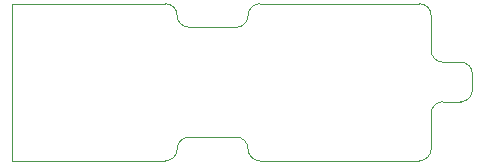
<source format=gm1>
G04 #@! TF.GenerationSoftware,KiCad,Pcbnew,(5.1.4)-1*
G04 #@! TF.CreationDate,2020-12-28T11:58:51+03:00*
G04 #@! TF.ProjectId,main_block,6d61696e-5f62-46c6-9f63-6b2e6b696361,rev?*
G04 #@! TF.SameCoordinates,Original*
G04 #@! TF.FileFunction,Profile,NP*
%FSLAX46Y46*%
G04 Gerber Fmt 4.6, Leading zero omitted, Abs format (unit mm)*
G04 Created by KiCad (PCBNEW (5.1.4)-1) date 2020-12-28 11:58:51*
%MOMM*%
%LPD*%
G04 APERTURE LIST*
%ADD10C,0.050000*%
G04 APERTURE END LIST*
D10*
X65500000Y-21000000D02*
X65500000Y-23950000D01*
X65500000Y-29300000D02*
X65500000Y-32300000D01*
X69000000Y-27300000D02*
G75*
G02X68000000Y-28300000I-1000000J0D01*
G01*
X65500000Y-29300000D02*
G75*
G02X66500000Y-28300000I1000000J0D01*
G01*
X65500000Y-32300000D02*
G75*
G02X64500000Y-33300000I-1000000J0D01*
G01*
X68000000Y-24950000D02*
G75*
G02X69000000Y-25950000I0J-1000000D01*
G01*
X66500000Y-24950000D02*
G75*
G02X65500000Y-23950000I0J1000000D01*
G01*
X64500000Y-20000000D02*
G75*
G02X65500000Y-21000000I0J-1000000D01*
G01*
X68000000Y-28300000D02*
X66500000Y-28300000D01*
X69000000Y-25950000D02*
X69000000Y-27300000D01*
X66500000Y-24950000D02*
X68000000Y-24950000D01*
X49000000Y-22000000D02*
X45000000Y-22000000D01*
X64500000Y-20000000D02*
X51000000Y-20000000D01*
X51000000Y-33300000D02*
X64500000Y-33300000D01*
X45000000Y-31300000D02*
X49000000Y-31300000D01*
X51000000Y-33300000D02*
G75*
G02X50000000Y-32300000I0J1000000D01*
G01*
X49000000Y-31300000D02*
G75*
G02X50000000Y-32300000I0J-1000000D01*
G01*
X50000000Y-21000000D02*
G75*
G02X51000000Y-20000000I1000000J0D01*
G01*
X50000000Y-21000000D02*
G75*
G02X49000000Y-22000000I-1000000J0D01*
G01*
X44000000Y-32300000D02*
G75*
G02X45000000Y-31300000I1000000J0D01*
G01*
X44000000Y-32300000D02*
G75*
G02X43000000Y-33300000I-1000000J0D01*
G01*
X45000000Y-22000000D02*
G75*
G02X44000000Y-21000000I0J1000000D01*
G01*
X43000000Y-20000000D02*
G75*
G02X44000000Y-21000000I0J-1000000D01*
G01*
X30000000Y-33300000D02*
X30000000Y-20000000D01*
X43000000Y-33300000D02*
X30000000Y-33300000D01*
X30000000Y-20000000D02*
X43000000Y-20000000D01*
M02*

</source>
